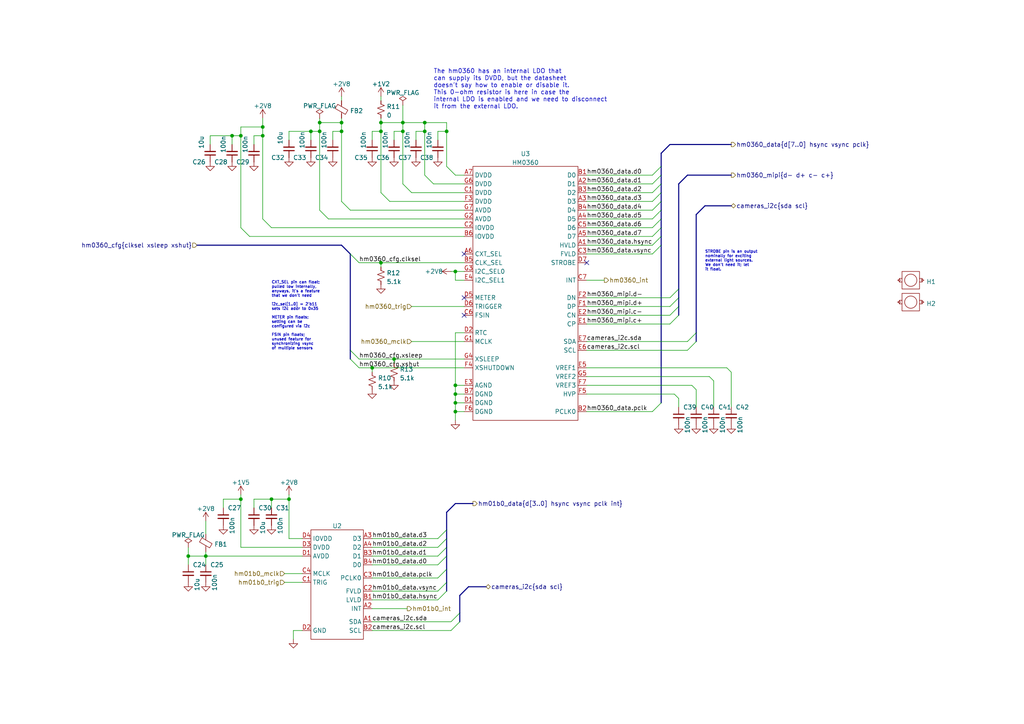
<source format=kicad_sch>
(kicad_sch (version 20211123) (generator eeschema)
  (paper "A4")
  (lib_symbols
    (symbol "Device:C_Small" (pin_numbers hide) (pin_names (offset 0.254) hide)
      (property "Reference" "C" (at 0.254 1.778 0))
      (property "Value" "C_Small" (at 0.254 -2.032 0))
      (symbol "C_Small_0_1"
        (polyline (pts (xy -1.524 -0.508) (xy 1.524 -0.508)) (stroke (width 0.3302)))
        (polyline (pts (xy -1.524 0.508) (xy 1.524 0.508)) (stroke (width 0.3048)))
      )
      (symbol "C_Small_1_1"
        (pin passive line (at 0 2.54 270) (length 2.032) (name "~") (number "1"))
        (pin passive line (at 0 -2.54 90) (length 2.032) (name "~") (number "2"))
      )
    )
    (symbol "Device:FerriteBead_Small" (pin_numbers hide) (pin_names (offset 0))
      (property "Reference" "FB" (at 1.905 1.27 0))
      (property "Value" "FerriteBead_Small" (at 1.905 -1.27 0))
      (symbol "FerriteBead_Small_0_1"
        (polyline (pts (xy 0 -1.27) (xy 0 -0.7874)))
        (polyline (pts (xy 0 0.889) (xy 0 1.2954)))
        (polyline (pts (xy -1.8288 0.2794) (xy -1.1176 1.4986) (xy 1.8288 -0.2032) (xy 1.1176 -1.4224) (xy -1.8288 0.2794)))
      )
      (symbol "FerriteBead_Small_1_1"
        (pin passive line (at 0 2.54 270) (length 1.27) (name "~") (number "1"))
        (pin passive line (at 0 -2.54 90) (length 1.27) (name "~") (number "2"))
      )
    )
    (symbol "Device:R_Small_US" (pin_numbers hide) (pin_names (offset 0.254) hide)
      (property "Reference" "R" (at 0.762 0.508 0))
      (property "Value" "R_Small_US" (at 0.762 -1.016 0))
      (symbol "R_Small_US_1_1"
        (polyline (pts (xy 0 0) (xy 1.016 -0.381) (xy 0 -0.762) (xy -1.016 -1.143) (xy 0 -1.524)))
        (polyline (pts (xy 0 1.524) (xy 1.016 1.143) (xy 0 0.762) (xy -1.016 0.381) (xy 0 0)))
        (pin passive line (at 0 2.54 270) (length 1.016) (name "~") (number "1"))
        (pin passive line (at 0 -2.54 90) (length 1.016) (name "~") (number "2"))
      )
    )
    (symbol "himax:HM0360"
      (property "Reference" "U" (at 1.27 1.27 0))
      (property "Value" "HM0360" (at 26.67 1.27 0))
      (symbol "HM0360_0_1"
        (rectangle (start 0 0) (end 30.48 -73.66) (stroke (width 0.1524)))
      )
      (symbol "HM0360_1_1"
        (pin output line (at 33.02 -22.86 180) (length 2.54) (name "HVLD") (number "A1"))
        (pin output line (at 33.02 -5.08 180) (length 2.54) (name "D1") (number "A2"))
        (pin output line (at 33.02 -10.16 180) (length 2.54) (name "D3") (number "A3"))
        (pin output line (at 33.02 -15.24 180) (length 2.54) (name "D5") (number "A4"))
        (pin output line (at 33.02 -20.32 180) (length 2.54) (name "D7") (number "A5"))
        (pin input line (at -2.54 -25.4 0) (length 2.54) (name "CXT_SEL") (number "A6"))
        (pin power_in line (at -2.54 -2.54 0) (length 2.54) (name "DVDD") (number "A7"))
        (pin output line (at 33.02 -2.54 180) (length 2.54) (name "D0") (number "B1"))
        (pin output line (at 33.02 -71.12 180) (length 2.54) (name "PCLK0") (number "B2"))
        (pin output line (at 33.02 -7.62 180) (length 2.54) (name "D2") (number "B3"))
        (pin output line (at 33.02 -12.7 180) (length 2.54) (name "D4") (number "B4"))
        (pin input line (at -2.54 -27.94 0) (length 2.54) (name "CLK_SEL") (number "B5"))
        (pin power_in line (at -2.54 -20.32 0) (length 2.54) (name "IOVDD") (number "B6"))
        (pin power_in line (at -2.54 -66.04 0) (length 2.54) (name "DGND") (number "B7"))
        (pin power_in line (at -2.54 -7.62 0) (length 2.54) (name "DVDD") (number "C1"))
        (pin power_in line (at -2.54 -17.78 0) (length 2.54) (name "IOVDD") (number "C2"))
        (pin output line (at 33.02 -25.4 180) (length 2.54) (name "FVLD") (number "C3"))
        (pin output line (at 33.02 -17.78 180) (length 2.54) (name "D6") (number "C5"))
        (pin input line (at -2.54 -43.18 0) (length 2.54) (name "FSIN") (number "C6"))
        (pin output line (at 33.02 -33.02 180) (length 2.54) (name "INT") (number "C7"))
        (pin power_in line (at -2.54 -68.58 0) (length 2.54) (name "DGND") (number "D1"))
        (pin input line (at -2.54 -48.26 0) (length 2.54) (name "RTC") (number "D2"))
        (pin input line (at -2.54 -38.1 0) (length 2.54) (name "METER") (number "D5"))
        (pin input line (at -2.54 -40.64 0) (length 2.54) (name "TRIGGER") (number "D6"))
        (pin output line (at 33.02 -27.94 180) (length 2.54) (name "STROBE") (number "D7"))
        (pin output line (at 33.02 -45.72 180) (length 2.54) (name "CP") (number "E1"))
        (pin output line (at 33.02 -43.18 180) (length 2.54) (name "CN") (number "E2"))
        (pin power_in line (at -2.54 -63.5 0) (length 2.54) (name "AGND") (number "E3"))
        (pin input line (at -2.54 -33.02 0) (length 2.54) (name "I2C_SEL1") (number "E4"))
        (pin power_out line (at 33.02 -58.42 180) (length 2.54) (name "VREF1") (number "E5"))
        (pin bidirectional line (at 33.02 -53.34 180) (length 2.54) (name "SCL") (number "E6"))
        (pin bidirectional line (at 33.02 -50.8 180) (length 2.54) (name "SDA") (number "E7"))
        (pin output line (at 33.02 -40.64 180) (length 2.54) (name "DP") (number "F1"))
        (pin output line (at 33.02 -38.1 180) (length 2.54) (name "DN") (number "F2"))
        (pin power_in line (at -2.54 -10.16 0) (length 2.54) (name "DVDD") (number "F3"))
        (pin input line (at -2.54 -58.42 0) (length 2.54) (name "XSHUTDOWN") (number "F4"))
        (pin power_out line (at 33.02 -66.04 180) (length 2.54) (name "HVP") (number "F5"))
        (pin power_in line (at -2.54 -71.12 0) (length 2.54) (name "DGND") (number "F6"))
        (pin power_out line (at 33.02 -63.5 180) (length 2.54) (name "VREF3") (number "F7"))
        (pin input line (at -2.54 -50.8 0) (length 2.54) (name "MCLK") (number "G1"))
        (pin power_in line (at -2.54 -15.24 0) (length 2.54) (name "AVDD") (number "G2"))
        (pin input line (at -2.54 -30.48 0) (length 2.54) (name "I2C_SEL0") (number "G3"))
        (pin input line (at -2.54 -55.88 0) (length 2.54) (name "XSLEEP") (number "G4"))
        (pin power_out line (at 33.02 -60.96 180) (length 2.54) (name "VREF2") (number "G5"))
        (pin power_in line (at -2.54 -5.08 0) (length 2.54) (name "DVDD") (number "G6"))
        (pin power_in line (at -2.54 -12.7 0) (length 2.54) (name "AVDD") (number "G7"))
      )
    )
    (symbol "himax:hm01b0-mwa"
      (property "Reference" "U" (at -1.27 5.08 0))
      (symbol "hm01b0-mwa_0_1"
        (rectangle (start -2.54 3.81) (end 12.7 -27.94) (stroke (width 0.1524)))
      )
      (symbol "hm01b0-mwa_1_1"
        (pin bidirectional line (at 15.24 -22.86 180) (length 2.54) (name "SDA") (number "A1"))
        (pin output line (at 15.24 -19.05 180) (length 2.54) (name "INT") (number "A2"))
        (pin output line (at 15.24 1.27 180) (length 2.54) (name "D3") (number "A3"))
        (pin output line (at 15.24 -1.27 180) (length 2.54) (name "D2") (number "A4"))
        (pin output line (at 15.24 -16.51 180) (length 2.54) (name "LVLD") (number "B1"))
        (pin bidirectional line (at 15.24 -25.4 180) (length 2.54) (name "SCL") (number "B2"))
        (pin output line (at 15.24 -3.81 180) (length 2.54) (name "D1") (number "B3"))
        (pin output line (at 15.24 -6.35 180) (length 2.54) (name "D0") (number "B4"))
        (pin input line (at -5.08 -11.43 0) (length 2.54) (name "TRIG") (number "C1"))
        (pin output line (at 15.24 -13.97 180) (length 2.54) (name "FVLD") (number "C2"))
        (pin output line (at 15.24 -10.16 180) (length 2.54) (name "PCLK0") (number "C3"))
        (pin input line (at -5.08 -8.89 0) (length 2.54) (name "MCLK") (number "C4"))
        (pin power_in line (at -5.08 -3.81 0) (length 2.54) (name "AVDD") (number "D1"))
        (pin power_in line (at -5.08 -25.4 0) (length 2.54) (name "GND") (number "D2"))
        (pin power_in line (at -5.08 -1.27 0) (length 2.54) (name "DVDD") (number "D3"))
        (pin power_in line (at -5.08 1.27 0) (length 2.54) (name "IOVDD") (number "D4"))
      )
    )
    (symbol "himax:m12_lens_mount_mech"
      (property "Reference" "H" (at -2.032 3.556 0))
      (symbol "m12_lens_mount_mech_0_1"
        (arc (start -3.81 0) (mid -2.9428 -0.3592) (end -3.302 0.508) (stroke (width 0.1524)))
        (arc (start -3.302 -0.508) (mid -2.9428 0.3592) (end -3.81 0) (stroke (width 0.1524)))
        (circle (center -3.302 0) (radius 0.254) (stroke (width 0.1524)))
        (polyline (pts (xy -2.54 -0.508) (xy -3.302 -0.508)) (stroke (width 0.1524)))
        (polyline (pts (xy -2.54 0.508) (xy -3.302 0.508)) (stroke (width 0.1524)))
        (polyline (pts (xy 2.54 -0.508) (xy 3.302 -0.508)) (stroke (width 0.1524)))
        (polyline (pts (xy 2.54 0.508) (xy 3.302 0.508)) (stroke (width 0.1524)))
        (polyline (pts (xy -2.54 2.54) (xy 2.54 2.54) (xy 2.54 -2.54) (xy -2.54 -2.54) (xy -2.54 2.54)) (stroke (width 0.1524)))
        (circle (center 0 0) (radius 1.778) (stroke (width 0.1524)))
        (circle (center 3.302 0) (radius 0.254) (stroke (width 0.1524)))
        (arc (start 3.302 0.508) (mid 2.9428 -0.3592) (end 3.81 0) (stroke (width 0.1524)))
        (arc (start 3.81 0) (mid 2.9428 0.3592) (end 3.302 -0.508) (stroke (width 0.1524)))
      )
    )
    (symbol "power:+1V2" (power) (pin_names (offset 0))
      (property "Value" "+1V2" (at 0 3.556 0))
      (symbol "+1V2_0_1"
        (polyline (pts (xy -0.762 1.27) (xy 0 2.54)))
        (polyline (pts (xy 0 0) (xy 0 2.54)))
        (polyline (pts (xy 0 2.54) (xy 0.762 1.27)))
      )
      (symbol "+1V2_1_1"
        (pin power_in line (at 0 0 90) (length 0) hide (name "+1V2") (number "1"))
      )
    )
    (symbol "power:+1V5" (power) (pin_names (offset 0))
      (property "Value" "+1V5" (at 0 3.556 0))
      (symbol "+1V5_0_1"
        (polyline (pts (xy -0.762 1.27) (xy 0 2.54)))
        (polyline (pts (xy 0 0) (xy 0 2.54)))
        (polyline (pts (xy 0 2.54) (xy 0.762 1.27)))
      )
      (symbol "+1V5_1_1"
        (pin power_in line (at 0 0 90) (length 0) hide (name "+1V5") (number "1"))
      )
    )
    (symbol "power:+2V8" (power) (pin_names (offset 0))
      (property "Value" "+2V8" (at 0 3.556 0))
      (symbol "+2V8_0_1"
        (polyline (pts (xy -0.762 1.27) (xy 0 2.54)))
        (polyline (pts (xy 0 0) (xy 0 2.54)))
        (polyline (pts (xy 0 2.54) (xy 0.762 1.27)))
      )
      (symbol "+2V8_1_1"
        (pin power_in line (at 0 0 90) (length 0) hide (name "+2V8") (number "1"))
      )
    )
    (symbol "power:GND" (power) (pin_names (offset 0))
      (property "Value" "GND" (at 0 -3.81 0))
      (symbol "GND_0_1"
        (polyline (pts (xy 0 0) (xy 0 -1.27) (xy 1.27 -1.27) (xy 0 -2.54) (xy -1.27 -1.27) (xy 0 -1.27)))
      )
      (symbol "GND_1_1"
        (pin power_in line (at 0 0 270) (length 0) hide (name "GND") (number "1"))
      )
    )
    (symbol "power:PWR_FLAG" (power) (pin_numbers hide) (pin_names (offset 0) hide)
      (property "Value" "PWR_FLAG" (at 0 3.81 0))
      (symbol "PWR_FLAG_0_0"
        (pin power_out line (at 0 0 90) (length 0) (name "pwr") (number "1"))
      )
      (symbol "PWR_FLAG_0_1"
        (polyline (pts (xy 0 0) (xy 0 1.27) (xy -1.016 1.905) (xy 0 2.54) (xy 1.016 1.905) (xy 0 1.27)))
      )
    )
  )
  (junction (at 110.49 38.1))
  (junction (at 99.06 38.1))
  (junction (at 59.69 161.29))
  (junction (at 132.08 111.76))
  (junction (at 132.08 114.3))
  (junction (at 76.2 36.83))
  (junction (at 78.74 144.78))
  (junction (at 116.84 38.1))
  (junction (at 132.08 119.38))
  (junction (at 114.3 104.14))
  (junction (at 116.84 35.56))
  (junction (at 83.82 144.78))
  (junction (at 110.49 35.56))
  (junction (at 123.19 38.1))
  (junction (at 99.06 35.56))
  (junction (at 92.71 35.56))
  (junction (at 92.71 38.1))
  (junction (at 110.49 76.2))
  (junction (at 132.08 116.84))
  (junction (at 67.31 39.37))
  (junction (at 54.61 161.29))
  (junction (at 123.19 35.56))
  (junction (at 132.08 78.74))
  (junction (at 69.85 39.37))
  (junction (at 69.85 144.78))
  (junction (at 76.2 39.37))
  (junction (at 107.95 106.68))
  (junction (at 129.54 38.1))
  (junction (at 90.17 38.1))
  (no_connect (at 170.18 76.2))
  (no_connect (at 134.62 91.44))
  (no_connect (at 134.62 86.36))
  (no_connect (at 134.62 73.66))
  (bus_entry (at 129.54 156.21) (size -2.54 2.54))
  (bus_entry (at 133.35 177.8) (size -2.54 2.54))
  (bus_entry (at 133.35 180.34) (size -2.54 2.54))
  (bus_entry (at 191.77 55.88) (size -2.54 2.54))
  (bus_entry (at 191.77 50.8) (size -2.54 2.54))
  (bus_entry (at 191.77 53.34) (size -2.54 2.54))
  (bus_entry (at 191.77 63.5) (size -2.54 2.54))
  (bus_entry (at 191.77 68.58) (size -2.54 2.54))
  (bus_entry (at 196.85 88.9) (size -2.54 2.54))
  (bus_entry (at 196.85 86.36) (size -2.54 2.54))
  (bus_entry (at 129.54 165.1) (size -2.54 2.54))
  (bus_entry (at 101.6 104.14) (size 2.54 2.54))
  (bus_entry (at 101.6 101.6) (size 2.54 2.54))
  (bus_entry (at 201.93 99.06) (size -2.54 2.54))
  (bus_entry (at 191.77 60.96) (size -2.54 2.54))
  (bus_entry (at 129.54 168.91) (size -2.54 2.54))
  (bus_entry (at 129.54 153.67) (size -2.54 2.54))
  (bus_entry (at 129.54 161.29) (size -2.54 2.54))
  (bus_entry (at 196.85 91.44) (size -2.54 2.54))
  (bus_entry (at 191.77 48.26) (size -2.54 2.54))
  (bus_entry (at 129.54 171.45) (size -2.54 2.54))
  (bus_entry (at 191.77 66.04) (size -2.54 2.54))
  (bus_entry (at 101.6 73.66) (size 2.54 2.54))
  (bus_entry (at 196.85 83.82) (size -2.54 2.54))
  (bus_entry (at 201.93 96.52) (size -2.54 2.54))
  (bus_entry (at 191.77 116.84) (size -2.54 2.54))
  (bus_entry (at 129.54 158.75) (size -2.54 2.54))
  (bus_entry (at 191.77 58.42) (size -2.54 2.54))
  (bus_entry (at 191.77 71.12) (size -2.54 2.54))
  (wire (pts (xy 170.18 106.68) (xy 210.82 106.68)))
  (wire (pts (xy 73.66 144.78) (xy 73.66 147.32)))
  (wire (pts (xy 132.08 50.8) (xy 134.62 50.8)))
  (bus (pts (xy 204.47 59.69) (xy 212.09 59.69)))
  (wire (pts (xy 116.84 35.56) (xy 123.19 35.56)))
  (wire (pts (xy 189.23 50.8) (xy 170.18 50.8)))
  (wire (pts (xy 59.69 161.29) (xy 87.63 161.29)))
  (wire (pts (xy 110.49 35.56) (xy 110.49 38.1)))
  (wire (pts (xy 90.17 40.64) (xy 90.17 38.1)))
  (wire (pts (xy 199.39 99.06) (xy 170.18 99.06)))
  (wire (pts (xy 127 167.64) (xy 107.95 167.64)))
  (bus (pts (xy 191.77 63.5) (xy 191.77 66.04)))
  (wire (pts (xy 82.55 168.91) (xy 87.63 168.91)))
  (bus (pts (xy 129.54 153.67) (xy 129.54 148.59)))
  (wire (pts (xy 129.54 38.1) (xy 129.54 35.56)))
  (wire (pts (xy 127 156.21) (xy 107.95 156.21)))
  (wire (pts (xy 127 158.75) (xy 107.95 158.75)))
  (wire (pts (xy 132.08 119.38) (xy 132.08 121.92)))
  (wire (pts (xy 119.38 99.06) (xy 134.62 99.06)))
  (bus (pts (xy 191.77 71.12) (xy 191.77 116.84)))
  (bus (pts (xy 129.54 161.29) (xy 129.54 165.1)))
  (wire (pts (xy 189.23 66.04) (xy 170.18 66.04)))
  (wire (pts (xy 170.18 114.3) (xy 195.58 114.3)))
  (wire (pts (xy 194.31 91.44) (xy 170.18 91.44)))
  (wire (pts (xy 83.82 40.64) (xy 83.82 38.1)))
  (wire (pts (xy 78.74 66.04) (xy 134.62 66.04)))
  (wire (pts (xy 127 38.1) (xy 127 40.64)))
  (wire (pts (xy 72.39 68.58) (xy 134.62 68.58)))
  (wire (pts (xy 207.01 110.49) (xy 207.01 118.11)))
  (wire (pts (xy 114.3 105.41) (xy 114.3 104.14)))
  (wire (pts (xy 107.95 106.68) (xy 134.62 106.68)))
  (wire (pts (xy 196.85 115.57) (xy 196.85 118.11)))
  (wire (pts (xy 132.08 96.52) (xy 132.08 111.76)))
  (wire (pts (xy 130.81 180.34) (xy 107.95 180.34)))
  (wire (pts (xy 189.23 68.58) (xy 170.18 68.58)))
  (bus (pts (xy 191.77 66.04) (xy 191.77 68.58)))
  (wire (pts (xy 189.23 73.66) (xy 170.18 73.66)))
  (wire (pts (xy 83.82 156.21) (xy 87.63 156.21)))
  (wire (pts (xy 110.49 76.2) (xy 134.62 76.2)))
  (wire (pts (xy 99.06 27.94) (xy 99.06 29.21)))
  (wire (pts (xy 104.14 104.14) (xy 114.3 104.14)))
  (wire (pts (xy 69.85 158.75) (xy 87.63 158.75)))
  (wire (pts (xy 76.2 36.83) (xy 69.85 36.83)))
  (wire (pts (xy 170.18 111.76) (xy 200.66 111.76)))
  (bus (pts (xy 133.35 172.72) (xy 135.89 170.18)))
  (wire (pts (xy 110.49 35.56) (xy 116.84 35.56)))
  (wire (pts (xy 201.93 113.03) (xy 201.93 118.11)))
  (wire (pts (xy 194.31 86.36) (xy 170.18 86.36)))
  (wire (pts (xy 85.09 185.42) (xy 85.09 182.88)))
  (wire (pts (xy 189.23 60.96) (xy 170.18 60.96)))
  (wire (pts (xy 59.69 160.02) (xy 59.69 161.29)))
  (wire (pts (xy 69.85 143.51) (xy 69.85 144.78)))
  (wire (pts (xy 123.19 50.8) (xy 125.73 53.34)))
  (wire (pts (xy 78.74 144.78) (xy 83.82 144.78)))
  (wire (pts (xy 72.39 68.58) (xy 69.85 66.04)))
  (bus (pts (xy 129.54 156.21) (xy 129.54 158.75)))
  (wire (pts (xy 59.69 161.29) (xy 59.69 163.83)))
  (wire (pts (xy 69.85 144.78) (xy 69.85 158.75)))
  (wire (pts (xy 119.38 88.9) (xy 134.62 88.9)))
  (bus (pts (xy 196.85 86.36) (xy 196.85 88.9)))
  (wire (pts (xy 199.39 101.6) (xy 170.18 101.6)))
  (wire (pts (xy 110.49 38.1) (xy 110.49 55.88)))
  (wire (pts (xy 189.23 71.12) (xy 170.18 71.12)))
  (bus (pts (xy 133.35 177.8) (xy 133.35 180.34)))
  (wire (pts (xy 120.65 40.64) (xy 120.65 38.1)))
  (wire (pts (xy 212.09 107.95) (xy 212.09 118.11)))
  (bus (pts (xy 191.77 55.88) (xy 191.77 58.42)))
  (wire (pts (xy 92.71 35.56) (xy 92.71 38.1)))
  (wire (pts (xy 194.31 88.9) (xy 170.18 88.9)))
  (bus (pts (xy 194.31 41.91) (xy 212.09 41.91)))
  (wire (pts (xy 116.84 30.48) (xy 116.84 35.56)))
  (wire (pts (xy 127 173.99) (xy 107.95 173.99)))
  (wire (pts (xy 130.81 182.88) (xy 107.95 182.88)))
  (wire (pts (xy 170.18 81.28) (xy 175.26 81.28)))
  (bus (pts (xy 101.6 101.6) (xy 101.6 104.14)))
  (bus (pts (xy 99.06 71.12) (xy 101.6 73.66)))
  (wire (pts (xy 129.54 35.56) (xy 123.19 35.56)))
  (wire (pts (xy 76.2 36.83) (xy 76.2 39.37)))
  (wire (pts (xy 107.95 107.95) (xy 107.95 106.68)))
  (wire (pts (xy 73.66 41.91) (xy 73.66 39.37)))
  (wire (pts (xy 104.14 76.2) (xy 110.49 76.2)))
  (wire (pts (xy 132.08 114.3) (xy 132.08 111.76)))
  (wire (pts (xy 110.49 34.29) (xy 110.49 35.56)))
  (wire (pts (xy 125.73 53.34) (xy 134.62 53.34)))
  (wire (pts (xy 132.08 116.84) (xy 132.08 114.3)))
  (wire (pts (xy 96.52 40.64) (xy 96.52 38.1)))
  (bus (pts (xy 196.85 53.34) (xy 196.85 83.82)))
  (wire (pts (xy 101.6 60.96) (xy 99.06 58.42)))
  (wire (pts (xy 54.61 163.83) (xy 54.61 161.29)))
  (wire (pts (xy 107.95 38.1) (xy 110.49 38.1)))
  (wire (pts (xy 64.77 144.78) (xy 64.77 147.32)))
  (wire (pts (xy 92.71 38.1) (xy 90.17 38.1)))
  (wire (pts (xy 134.62 81.28) (xy 132.08 81.28)))
  (wire (pts (xy 123.19 38.1) (xy 123.19 50.8)))
  (wire (pts (xy 134.62 96.52) (xy 132.08 96.52)))
  (wire (pts (xy 189.23 58.42) (xy 170.18 58.42)))
  (wire (pts (xy 69.85 39.37) (xy 67.31 39.37)))
  (wire (pts (xy 189.23 63.5) (xy 170.18 63.5)))
  (wire (pts (xy 132.08 111.76) (xy 134.62 111.76)))
  (wire (pts (xy 127 171.45) (xy 107.95 171.45)))
  (wire (pts (xy 132.08 50.8) (xy 129.54 48.26)))
  (wire (pts (xy 73.66 39.37) (xy 76.2 39.37)))
  (wire (pts (xy 76.2 39.37) (xy 76.2 63.5)))
  (wire (pts (xy 134.62 119.38) (xy 132.08 119.38)))
  (bus (pts (xy 191.77 58.42) (xy 191.77 60.96)))
  (wire (pts (xy 110.49 77.47) (xy 110.49 76.2)))
  (wire (pts (xy 189.23 55.88) (xy 170.18 55.88)))
  (wire (pts (xy 114.3 104.14) (xy 134.62 104.14)))
  (wire (pts (xy 85.09 182.88) (xy 87.63 182.88)))
  (bus (pts (xy 201.93 96.52) (xy 201.93 99.06)))
  (wire (pts (xy 134.62 63.5) (xy 95.25 63.5)))
  (wire (pts (xy 69.85 144.78) (xy 64.77 144.78)))
  (wire (pts (xy 54.61 161.29) (xy 59.69 161.29)))
  (wire (pts (xy 54.61 158.75) (xy 54.61 161.29)))
  (bus (pts (xy 191.77 60.96) (xy 191.77 63.5)))
  (wire (pts (xy 76.2 63.5) (xy 78.74 66.04)))
  (wire (pts (xy 114.3 38.1) (xy 114.3 40.64)))
  (wire (pts (xy 170.18 109.22) (xy 205.74 109.22)))
  (bus (pts (xy 191.77 68.58) (xy 191.77 71.12)))
  (wire (pts (xy 99.06 35.56) (xy 92.71 35.56)))
  (bus (pts (xy 129.54 165.1) (xy 129.54 168.91)))
  (wire (pts (xy 127 163.83) (xy 107.95 163.83)))
  (bus (pts (xy 196.85 83.82) (xy 196.85 86.36)))
  (wire (pts (xy 104.14 106.68) (xy 107.95 106.68)))
  (bus (pts (xy 191.77 44.45) (xy 191.77 48.26)))
  (bus (pts (xy 191.77 53.34) (xy 191.77 55.88)))
  (wire (pts (xy 76.2 36.83) (xy 76.2 34.29)))
  (wire (pts (xy 120.65 38.1) (xy 123.19 38.1)))
  (wire (pts (xy 134.62 60.96) (xy 101.6 60.96)))
  (bus (pts (xy 201.93 62.23) (xy 201.93 96.52)))
  (bus (pts (xy 191.77 48.26) (xy 191.77 50.8)))
  (wire (pts (xy 59.69 151.13) (xy 59.69 154.94)))
  (wire (pts (xy 78.74 144.78) (xy 78.74 147.32)))
  (wire (pts (xy 123.19 35.56) (xy 123.19 38.1)))
  (wire (pts (xy 116.84 35.56) (xy 116.84 38.1)))
  (wire (pts (xy 67.31 41.91) (xy 67.31 39.37)))
  (wire (pts (xy 129.54 48.26) (xy 129.54 38.1)))
  (bus (pts (xy 196.85 53.34) (xy 199.39 50.8)))
  (wire (pts (xy 83.82 144.78) (xy 83.82 156.21)))
  (wire (pts (xy 107.95 40.64) (xy 107.95 38.1)))
  (wire (pts (xy 129.54 38.1) (xy 127 38.1)))
  (wire (pts (xy 69.85 36.83) (xy 69.85 39.37)))
  (wire (pts (xy 95.25 63.5) (xy 92.71 60.96)))
  (bus (pts (xy 191.77 50.8) (xy 191.77 53.34)))
  (bus (pts (xy 57.15 71.12) (xy 99.06 71.12)))
  (wire (pts (xy 195.58 114.3) (xy 196.85 115.57)))
  (bus (pts (xy 196.85 88.9) (xy 196.85 91.44)))
  (wire (pts (xy 83.82 143.51) (xy 83.82 144.78)))
  (bus (pts (xy 201.93 62.23) (xy 204.47 59.69)))
  (bus (pts (xy 129.54 158.75) (xy 129.54 161.29)))
  (wire (pts (xy 132.08 78.74) (xy 134.62 78.74)))
  (wire (pts (xy 194.31 93.98) (xy 170.18 93.98)))
  (bus (pts (xy 129.54 168.91) (xy 129.54 171.45)))
  (bus (pts (xy 129.54 153.67) (xy 129.54 156.21)))
  (wire (pts (xy 113.03 58.42) (xy 134.62 58.42)))
  (wire (pts (xy 99.06 34.29) (xy 99.06 35.56)))
  (bus (pts (xy 101.6 73.66) (xy 101.6 101.6)))
  (bus (pts (xy 133.35 172.72) (xy 133.35 177.8)))
  (wire (pts (xy 134.62 114.3) (xy 132.08 114.3)))
  (bus (pts (xy 199.39 50.8) (xy 212.09 50.8)))
  (wire (pts (xy 92.71 35.56) (xy 92.71 34.29)))
  (wire (pts (xy 69.85 39.37) (xy 69.85 66.04)))
  (wire (pts (xy 116.84 38.1) (xy 114.3 38.1)))
  (wire (pts (xy 189.23 53.34) (xy 170.18 53.34)))
  (wire (pts (xy 99.06 58.42) (xy 99.06 38.1)))
  (wire (pts (xy 92.71 60.96) (xy 92.71 38.1)))
  (wire (pts (xy 132.08 119.38) (xy 132.08 116.84)))
  (wire (pts (xy 82.55 166.37) (xy 87.63 166.37)))
  (wire (pts (xy 118.11 176.53) (xy 107.95 176.53)))
  (bus (pts (xy 191.77 44.45) (xy 194.31 41.91)))
  (bus (pts (xy 132.08 146.05) (xy 137.16 146.05)))
  (wire (pts (xy 200.66 111.76) (xy 201.93 113.03)))
  (wire (pts (xy 110.49 27.94) (xy 110.49 29.21)))
  (wire (pts (xy 205.74 109.22) (xy 207.01 110.49)))
  (wire (pts (xy 83.82 38.1) (xy 90.17 38.1)))
  (wire (pts (xy 127 161.29) (xy 107.95 161.29)))
  (wire (pts (xy 116.84 53.34) (xy 116.84 38.1)))
  (wire (pts (xy 189.23 119.38) (xy 170.18 119.38)))
  (wire (pts (xy 119.38 55.88) (xy 116.84 53.34)))
  (wire (pts (xy 60.96 39.37) (xy 67.31 39.37)))
  (wire (pts (xy 130.81 78.74) (xy 132.08 78.74)))
  (wire (pts (xy 110.49 55.88) (xy 113.03 58.42)))
  (wire (pts (xy 132.08 81.28) (xy 132.08 78.74)))
  (wire (pts (xy 96.52 38.1) (xy 99.06 38.1)))
  (wire (pts (xy 73.66 144.78) (xy 78.74 144.78)))
  (wire (pts (xy 99.06 35.56) (xy 99.06 38.1)))
  (bus (pts (xy 129.54 148.59) (xy 132.08 146.05)))
  (wire (pts (xy 210.82 106.68) (xy 212.09 107.95)))
  (wire (pts (xy 60.96 41.91) (xy 60.96 39.37)))
  (bus (pts (xy 135.89 170.18) (xy 140.97 170.18)))
  (wire (pts (xy 134.62 55.88) (xy 119.38 55.88)))
  (wire (pts (xy 132.08 116.84) (xy 134.62 116.84)))
  (text "CXT_SEL pin can float;\npulled low internally, \nanyways, it's a feature \nthat we don't need" (at 78.74 86.36 0) (effects (font (size 0.8 0.8)) (justify left bottom)))
  (text "STROBE pin is an output\nnominally for exciting \nexternal light sources.\nWe don't need it; let \nit float." (at 204.47 78.74 0) (effects (font (size 0.8 0.8)) (justify left bottom)))
  (text "METER pin floats; \nsetting can be \nconfigured via i2c" (at 78.74 95.25 0) (effects (font (size 0.8 0.8)) (justify left bottom)))
  (text "The hm0360 has an internal LDO that \ncan supply its DVDD, but the datasheet\ndoesn't say how to enable or disable it.\nThis 0-ohm resistor is here in case the\ninternal LDO is enabled and we need to disconnect\nit from the external LDO." (at 125.73 31.75 0) (effects (font (size 1.27 1.27)) (justify left bottom)))
  (text "FSIN pin floats; \nunused feature for \nsynchronizing vsync\nof multiple sensors" (at 78.74 101.6 0) (effects (font (size 0.8 0.8)) (justify left bottom)))
  (text "i2c_sel[1..0] = 2'b11\nsets i2c addr to 0x35" (at 78.74 90.17 0) (effects (font (size 0.8 0.8)) (justify left bottom)))
  (label "hm0360_cfg.xshut" (at 104.14 106.68 0))
  (label "cameras_i2c.scl" (at 170.18 101.6 0))
  (label "hm0360_data.vsync" (at 170.18 73.66 0))
  (label "hm01b0_data.d0" (at 107.95 163.83 0))
  (label "hm01b0_data.pclk" (at 107.95 167.64 0))
  (label "hm0360_cfg.clksel" (at 104.14 76.2 0))
  (label "hm0360_data.d7" (at 170.18 68.58 0))
  (label "hm0360_data.d0" (at 170.18 50.8 0))
  (label "hm0360_data.d3" (at 170.18 58.42 0))
  (label "hm0360_data.d1" (at 170.18 53.34 0))
  (label "hm01b0_data.vsync" (at 107.95 171.45 0))
  (label "cameras_i2c.scl" (at 107.95 182.88 0))
  (label "cameras_i2c.sda" (at 170.18 99.06 0))
  (label "hm01b0_data.d3" (at 107.95 156.21 0))
  (label "hm0360_data.d6" (at 170.18 66.04 0))
  (label "hm0360_mipi.c-" (at 170.18 91.44 0))
  (label "hm0360_mipi.c+" (at 170.18 93.98 0))
  (label "hm01b0_data.d1" (at 107.95 161.29 0))
  (label "hm0360_mipi.d-" (at 170.18 86.36 0))
  (label "hm0360_data.pclk" (at 170.18 119.38 0))
  (label "hm0360_data.d4" (at 170.18 60.96 0))
  (label "hm0360_mipi.d+" (at 170.18 88.9 0))
  (label "hm0360_cfg.xsleep" (at 104.14 104.14 0))
  (label "hm0360_data.hsync" (at 170.18 71.12 0))
  (label "hm01b0_data.hsync" (at 107.95 173.99 0))
  (label "cameras_i2c.sda" (at 107.95 180.34 0))
  (label "hm0360_data.d2" (at 170.18 55.88 0))
  (label "hm01b0_data.d2" (at 107.95 158.75 0))
  (label "hm0360_data.d5" (at 170.18 63.5 0))
  (hierarchical_label "hm0360_data{d[7..0] hsync vsync pclk}" (shape output) (at 212.09 41.91 0))
  (hierarchical_label "hm0360_int" (shape output) (at 175.26 81.28 0))
  (hierarchical_label "hm0360_trig" (shape input) (at 119.38 88.9 180))
  (hierarchical_label "hm0360_mclk" (shape input) (at 119.38 99.06 180))
  (hierarchical_label "hm01b0_data{d[3..0] hsync vsync pclk int}" (shape output) (at 137.16 146.05 0))
  (hierarchical_label "cameras_i2c{sda scl}" (shape bidirectional) (at 212.09 59.69 0))
  (hierarchical_label "cameras_i2c{sda scl}" (shape bidirectional) (at 140.97 170.18 0))
  (hierarchical_label "hm01b0_int" (shape output) (at 118.11 176.53 0))
  (hierarchical_label "hm01b0_trig" (shape input) (at 82.55 168.91 180))
  (hierarchical_label "hm0360_cfg{clksel xsleep xshut}" (shape input) (at 57.15 71.12 180))
  (hierarchical_label "hm01b0_mclk" (shape input) (at 82.55 166.37 180))
  (hierarchical_label "hm0360_mipi{d- d+ c- c+}" (shape output) (at 212.09 50.8 0))
  (symbol (lib_id "power:GND") (at 64.77 152.4 0) (unit 1)
    (property "Reference" "#PWR060" (effects hide))
    (property "Value" "GND" (effects hide))
  )
  (symbol (lib_id "power:GND") (at 60.96 46.99 0) (unit 1)
    (property "Reference" "#PWR059" (effects hide))
    (property "Value" "GND" (effects hide))
  )
  (symbol (lib_id "Device:C_Small") (at 54.61 166.37 0) (unit 1)
    (property "Reference" "C24" (at 55.88 163.83 0) (effects (justify left)))
    (property "Value" "10u" (at 57.15 171.45 90) (effects (justify left)))
    (property "Footprint" "Capacitor_SMD:C_0805_2012Metric" (effects hide))
    (property "MFR" "Samsung" (effects hide))
    (property "MFR_PN" "CL21A106KOQNNNE" (effects hide))
  )
  (symbol (lib_id "Device:R_Small_US") (at 114.3 107.95 0) (unit 1)
    (property "Reference" "R13" (at 115.951 107.1153 0) (effects (justify left)))
    (property "Value" "5.1k" (at 115.951 109.6522 0) (effects (justify left)))
    (property "Footprint" "Resistor_SMD:R_0402_1005Metric" (effects hide))
    (property "MFR" "Panasonic" (effects hide))
    (property "MFR_PN" "ERJ-2RKF5101X" (effects hide))
  )
  (symbol (lib_id "Device:FerriteBead_Small") (at 59.69 157.48 0) (unit 1)
    (property "Reference" "FB1" (at 62.1538 157.8757 0) (effects (justify left)))
    (property "Value" "FerriteBead_Small" (effects hide))
    (property "Footprint" "Capacitor_SMD:C_0603_1608Metric" (effects hide))
    (property "MFR" "TDK Corporation" (effects hide))
    (property "MFR_PN" "MPZ1608B471ATA00" (effects hide))
  )
  (symbol (lib_id "power:GND") (at 73.66 152.4 0) (unit 1)
    (property "Reference" "#PWR064" (effects hide))
    (property "Value" "GND" (effects hide))
  )
  (symbol (lib_id "power:+2V8") (at 59.69 151.13 0) (unit 1)
    (property "Reference" "#PWR057" (effects hide))
    (property "Value" "+2V8" (at 59.69 147.5542 0))
  )
  (symbol (lib_id "power:GND") (at 90.17 45.72 0) (unit 1)
    (property "Reference" "#PWR070" (effects hide))
    (property "Value" "GND" (effects hide))
  )
  (symbol (lib_id "Device:C_Small") (at 90.17 43.18 180) (unit 1)
    (property "Reference" "C33" (at 88.9 45.72 0) (effects (justify left)))
    (property "Value" "100n" (at 87.63 38.1 90) (effects (justify left)))
    (property "Footprint" "Capacitor_SMD:C_0402_1005Metric" (effects hide))
    (property "MFR" "Samsung" (effects hide))
    (property "MFR_PN" "CL05B104KP5NNNC" (effects hide))
  )
  (symbol (lib_id "power:GND") (at 201.93 123.19 0) (unit 1)
    (property "Reference" "#PWR084" (effects hide))
    (property "Value" "GND" (effects hide))
  )
  (symbol (lib_id "power:GND") (at 132.08 121.92 0) (unit 1)
    (property "Reference" "#PWR082" (effects hide))
    (property "Value" "GND" (effects hide))
  )
  (symbol (lib_id "Device:C_Small") (at 127 43.18 180) (unit 1)
    (property "Reference" "C38" (at 125.73 45.72 0) (effects (justify left)))
    (property "Value" "100n" (at 124.46 38.1 90) (effects (justify left)))
    (property "Footprint" "Capacitor_SMD:C_0402_1005Metric" (effects hide))
    (property "MFR" "Samsung" (effects hide))
    (property "MFR_PN" "CL05B104KP5NNNC" (effects hide))
  )
  (symbol (lib_id "power:PWR_FLAG") (at 54.61 158.75 0) (unit 1)
    (property "Reference" "#FLG03" (effects hide))
    (property "Value" "PWR_FLAG" (at 54.61 155.1742 0))
  )
  (symbol (lib_id "Device:C_Small") (at 207.01 120.65 0) (unit 1)
    (property "Reference" "C41" (at 208.28 118.11 0) (effects (justify left)))
    (property "Value" "100n" (at 209.55 125.73 90) (effects (justify left)))
    (property "Footprint" "Capacitor_SMD:C_0402_1005Metric" (effects hide))
    (property "MFR" "Samsung" (effects hide))
    (property "MFR_PN" "CL05B104KP5NNNC" (effects hide))
  )
  (symbol (lib_id "power:+2V8") (at 130.81 78.74 90) (unit 1)
    (property "Reference" "#PWR081" (effects hide))
    (property "Value" "+2V8" (at 123.19 78.74 90) (effects (justify right)))
  )
  (symbol (lib_id "Device:C_Small") (at 60.96 44.45 180) (unit 1)
    (property "Reference" "C26" (at 59.69 46.99 0) (effects (justify left)))
    (property "Value" "10u" (at 58.42 39.37 90) (effects (justify left)))
    (property "Footprint" "Capacitor_SMD:C_0805_2012Metric" (effects hide))
    (property "MFR" "Samsung" (effects hide))
    (property "MFR_PN" "CL21A106KOQNNNE" (effects hide))
  )
  (symbol (lib_id "power:GND") (at 207.01 123.19 0) (unit 1)
    (property "Reference" "#PWR085" (effects hide))
    (property "Value" "GND" (effects hide))
  )
  (symbol (lib_id "power:PWR_FLAG") (at 92.71 34.29 0) (unit 1)
    (property "Reference" "#FLG04" (effects hide))
    (property "Value" "PWR_FLAG" (at 92.71 30.7142 0))
  )
  (symbol (lib_id "power:GND") (at 54.61 168.91 0) (unit 1)
    (property "Reference" "#PWR056" (effects hide))
    (property "Value" "GND" (effects hide))
  )
  (symbol (lib_id "Device:C_Small") (at 196.85 120.65 0) (unit 1)
    (property "Reference" "C39" (at 198.12 118.11 0) (effects (justify left)))
    (property "Value" "100n" (at 199.39 125.73 90) (effects (justify left)))
    (property "Footprint" "Capacitor_SMD:C_0402_1005Metric" (effects hide))
    (property "MFR" "Samsung" (effects hide))
    (property "MFR_PN" "CL05B104KP5NNNC" (effects hide))
  )
  (symbol (lib_id "Device:C_Small") (at 73.66 149.86 0) (unit 1)
    (property "Reference" "C30" (at 74.93 147.32 0) (effects (justify left)))
    (property "Value" "10u" (at 76.2 154.94 90) (effects (justify left)))
    (property "Footprint" "Capacitor_SMD:C_0805_2012Metric" (effects hide))
    (property "MFR" "Samsung" (effects hide))
    (property "MFR_PN" "CL21A106KOQNNNE" (effects hide))
  )
  (symbol (lib_id "power:GND") (at 196.85 123.19 0) (unit 1)
    (property "Reference" "#PWR083" (effects hide))
    (property "Value" "GND" (effects hide))
  )
  (symbol (lib_id "power:GND") (at 83.82 45.72 0) (unit 1)
    (property "Reference" "#PWR067" (effects hide))
    (property "Value" "GND" (effects hide))
  )
  (symbol (lib_id "power:GND") (at 120.65 45.72 0) (unit 1)
    (property "Reference" "#PWR079" (effects hide))
    (property "Value" "GND" (effects hide))
  )
  (symbol (lib_id "himax:m12_lens_mount_mech") (at 264.16 81.28 0) (unit 1)
    (property "Reference" "H1" (at 268.6812 81.7138 0) (effects (justify left)))
    (property "Value" "m12_lens_mount_mech" (effects hide))
    (property "Footprint" "himax:m12_lens_mount_mech" (effects hide))
    (property "DNP" "DNP" (effects hide))
    (property "MFR" "N/A" (effects hide))
    (property "MFR_PN" "N/A" (effects hide))
  )
  (symbol (lib_id "power:+1V2") (at 110.49 27.94 0) (unit 1)
    (property "Reference" "#PWR075" (effects hide))
    (property "Value" "+1V2" (at 110.49 24.3642 0))
  )
  (symbol (lib_id "power:GND") (at 67.31 46.99 0) (unit 1)
    (property "Reference" "#PWR061" (effects hide))
    (property "Value" "GND" (effects hide))
  )
  (symbol (lib_id "Device:C_Small") (at 201.93 120.65 0) (unit 1)
    (property "Reference" "C40" (at 203.2 118.11 0) (effects (justify left)))
    (property "Value" "100n" (at 204.47 125.73 90) (effects (justify left)))
    (property "Footprint" "Capacitor_SMD:C_0402_1005Metric" (effects hide))
    (property "MFR" "Samsung" (effects hide))
    (property "MFR_PN" "CL05B104KP5NNNC" (effects hide))
  )
  (symbol (lib_id "Device:C_Small") (at 67.31 44.45 180) (unit 1)
    (property "Reference" "C28" (at 66.04 46.99 0) (effects (justify left)))
    (property "Value" "100n" (at 64.77 39.37 90) (effects (justify left)))
    (property "Footprint" "Capacitor_SMD:C_0402_1005Metric" (effects hide))
    (property "MFR" "Samsung" (effects hide))
    (property "MFR_PN" "CL05B104KP5NNNC" (effects hide))
  )
  (symbol (lib_id "power:GND") (at 78.74 152.4 0) (unit 1)
    (property "Reference" "#PWR066" (effects hide))
    (property "Value" "GND" (effects hide))
  )
  (symbol (lib_id "himax:HM0360") (at 137.16 48.26 0) (unit 1)
    (property "Reference" "U3" (at 152.4 44.611 0))
    (property "Value" "HM0360" (at 152.4 47.1479 0))
    (property "Footprint" "himax:hm0360" (effects hide))
    (property "MFR" "Himax" (effects hide))
    (property "MFR_PN" "HM0360-MWA" (effects hide))
  )
  (symbol (lib_id "power:+2V8") (at 76.2 34.29 0) (unit 1)
    (property "Reference" "#PWR065" (effects hide))
    (property "Value" "+2V8" (at 76.2 30.7142 0))
  )
  (symbol (lib_id "power:+1V5") (at 69.85 143.51 0) (unit 1)
    (property "Reference" "#PWR062" (effects hide))
    (property "Value" "+1V5" (at 69.85 139.9342 0))
  )
  (symbol (lib_id "power:+2V8") (at 83.82 143.51 0) (unit 1)
    (property "Reference" "#PWR068" (effects hide))
    (property "Value" "+2V8" (at 83.82 139.9342 0))
  )
  (symbol (lib_id "power:GND") (at 107.95 113.03 0) (unit 1)
    (property "Reference" "#PWR074" (effects hide))
    (property "Value" "GND" (effects hide))
  )
  (symbol (lib_id "power:GND") (at 96.52 45.72 0) (unit 1)
    (property "Reference" "#PWR071" (effects hide))
    (property "Value" "GND" (effects hide))
  )
  (symbol (lib_id "Device:FerriteBead_Small") (at 99.06 31.75 0) (unit 1)
    (property "Reference" "FB2" (at 101.5238 32.1457 0) (effects (justify left)))
    (property "Value" "FerriteBead_Small" (effects hide))
    (property "Footprint" "Capacitor_SMD:C_0603_1608Metric" (effects hide))
    (property "MFR" "TDK Corporation" (effects hide))
    (property "MFR_PN" "MPZ1608B471ATA00" (effects hide))
  )
  (symbol (lib_id "Device:C_Small") (at 212.09 120.65 0) (unit 1)
    (property "Reference" "C42" (at 213.36 118.11 0) (effects (justify left)))
    (property "Value" "100n" (at 214.63 125.73 90) (effects (justify left)))
    (property "Footprint" "Capacitor_SMD:C_0402_1005Metric" (effects hide))
    (property "MFR" "Samsung" (effects hide))
    (property "MFR_PN" "CL05B104KP5NNNC" (effects hide))
  )
  (symbol (lib_id "Device:C_Small") (at 96.52 43.18 180) (unit 1)
    (property "Reference" "C34" (at 95.25 45.72 0) (effects (justify left)))
    (property "Value" "100n" (at 93.98 38.1 90) (effects (justify left)))
    (property "Footprint" "Capacitor_SMD:C_0402_1005Metric" (effects hide))
    (property "MFR" "Samsung" (effects hide))
    (property "MFR_PN" "CL05B104KP5NNNC" (effects hide))
  )
  (symbol (lib_id "Device:R_Small_US") (at 110.49 80.01 0) (unit 1)
    (property "Reference" "R12" (at 112.141 79.1753 0) (effects (justify left)))
    (property "Value" "5.1k" (at 112.141 81.7122 0) (effects (justify left)))
    (property "Footprint" "Resistor_SMD:R_0402_1005Metric" (effects hide))
    (property "MFR" "Panasonic" (effects hide))
    (property "MFR_PN" "ERJ-2RKF5101X" (effects hide))
  )
  (symbol (lib_id "himax:m12_lens_mount_mech") (at 264.16 87.63 0) (unit 1)
    (property "Reference" "H2" (at 268.6812 88.0638 0) (effects (justify left)))
    (property "Value" "m12_lens_mount_mech" (effects hide))
    (property "Footprint" "himax:m12_lens_mount_mech" (effects hide))
    (property "DNP" "DNP" (effects hide))
    (property "MFR" "N/A" (effects hide))
    (property "MFR_PN" "N/A" (effects hide))
  )
  (symbol (lib_id "power:GND") (at 85.09 185.42 0) (unit 1)
    (property "Reference" "#PWR069" (effects hide))
    (property "Value" "GND" (effects hide))
  )
  (symbol (lib_id "Device:C_Small") (at 83.82 43.18 180) (unit 1)
    (property "Reference" "C32" (at 82.55 45.72 0) (effects (justify left)))
    (property "Value" "10u" (at 81.28 38.1 90) (effects (justify left)))
    (property "Footprint" "Capacitor_SMD:C_0805_2012Metric" (effects hide))
    (property "MFR" "Samsung" (effects hide))
    (property "MFR_PN" "CL21A106KOQNNNE" (effects hide))
  )
  (symbol (lib_id "Device:C_Small") (at 64.77 149.86 0) (unit 1)
    (property "Reference" "C27" (at 66.04 147.32 0) (effects (justify left)))
    (property "Value" "100n" (at 67.31 154.94 90) (effects (justify left)))
    (property "Footprint" "Capacitor_SMD:C_0402_1005Metric" (effects hide))
    (property "MFR" "Samsung" (effects hide))
    (property "MFR_PN" "CL05B104KP5NNNC" (effects hide))
  )
  (symbol (lib_id "Device:C_Small") (at 107.95 43.18 180) (unit 1)
    (property "Reference" "C35" (at 106.68 45.72 0) (effects (justify left)))
    (property "Value" "100n" (at 105.41 38.1 90) (effects (justify left)))
    (property "Footprint" "Capacitor_SMD:C_0402_1005Metric" (effects hide))
    (property "MFR" "Samsung" (effects hide))
    (property "MFR_PN" "CL05B104KP5NNNC" (effects hide))
  )
  (symbol (lib_id "Device:C_Small") (at 73.66 44.45 180) (unit 1)
    (property "Reference" "C29" (at 72.39 46.99 0) (effects (justify left)))
    (property "Value" "100n" (at 71.12 39.37 90) (effects (justify left)))
    (property "Footprint" "Capacitor_SMD:C_0402_1005Metric" (effects hide))
    (property "MFR" "Samsung" (effects hide))
    (property "MFR_PN" "CL05B104KP5NNNC" (effects hide))
  )
  (symbol (lib_id "power:GND") (at 127 45.72 0) (unit 1)
    (property "Reference" "#PWR080" (effects hide))
    (property "Value" "GND" (effects hide))
  )
  (symbol (lib_id "Device:R_Small_US") (at 110.49 31.75 0) (unit 1)
    (property "Reference" "R11" (at 112.141 30.9153 0) (effects (justify left)))
    (property "Value" "0" (at 112.141 33.4522 0) (effects (justify left)))
    (property "Footprint" "Resistor_SMD:R_0402_1005Metric" (effects hide))
    (property "MFR" "Panasonic" (effects hide))
    (property "MFR_PN" "ERJ-2GE0R00X" (effects hide))
  )
  (symbol (lib_id "power:GND") (at 114.3 110.49 0) (unit 1)
    (property "Reference" "#PWR078" (effects hide))
    (property "Value" "GND" (effects hide))
  )
  (symbol (lib_id "Device:C_Small") (at 78.74 149.86 0) (unit 1)
    (property "Reference" "C31" (at 80.01 147.32 0) (effects (justify left)))
    (property "Value" "100n" (at 81.28 154.94 90) (effects (justify left)))
    (property "Footprint" "Capacitor_SMD:C_0402_1005Metric" (effects hide))
    (property "MFR" "Samsung" (effects hide))
    (property "MFR_PN" "CL05B104KP5NNNC" (effects hide))
  )
  (symbol (lib_id "power:GND") (at 73.66 46.99 0) (unit 1)
    (property "Reference" "#PWR063" (effects hide))
    (property "Value" "GND" (effects hide))
  )
  (symbol (lib_id "Device:C_Small") (at 114.3 43.18 180) (unit 1)
    (property "Reference" "C36" (at 113.03 45.72 0) (effects (justify left)))
    (property "Value" "100n" (at 111.76 38.1 90) (effects (justify left)))
    (property "Footprint" "Capacitor_SMD:C_0402_1005Metric" (effects hide))
    (property "MFR" "Samsung" (effects hide))
    (property "MFR_PN" "CL05B104KP5NNNC" (effects hide))
  )
  (symbol (lib_id "Device:R_Small_US") (at 107.95 110.49 0) (unit 1)
    (property "Reference" "R10" (at 109.601 109.6553 0) (effects (justify left)))
    (property "Value" "5.1k" (at 109.601 112.1922 0) (effects (justify left)))
    (property "Footprint" "Resistor_SMD:R_0402_1005Metric" (effects hide))
    (property "MFR" "Panasonic" (effects hide))
    (property "MFR_PN" "ERJ-2RKF5101X" (effects hide))
  )
  (symbol (lib_id "power:GND") (at 59.69 168.91 0) (unit 1)
    (property "Reference" "#PWR058" (effects hide))
    (property "Value" "GND" (effects hide))
  )
  (symbol (lib_id "power:GND") (at 107.95 45.72 0) (unit 1)
    (property "Reference" "#PWR073" (effects hide))
    (property "Value" "GND" (effects hide))
  )
  (symbol (lib_id "Device:C_Small") (at 59.69 166.37 0) (unit 1)
    (property "Reference" "C25" (at 60.96 163.83 0) (effects (justify left)))
    (property "Value" "100n" (at 62.23 171.45 90) (effects (justify left)))
    (property "Footprint" "Capacitor_SMD:C_0402_1005Metric" (effects hide))
    (property "MFR" "Samsung" (effects hide))
    (property "MFR_PN" "CL05B104KP5NNNC" (effects hide))
  )
  (symbol (lib_id "power:GND") (at 110.49 82.55 0) (unit 1)
    (property "Reference" "#PWR076" (effects hide))
    (property "Value" "GND" (effects hide))
  )
  (symbol (lib_id "power:+2V8") (at 99.06 27.94 0) (unit 1)
    (property "Reference" "#PWR072" (effects hide))
    (property "Value" "+2V8" (at 99.06 24.3642 0))
  )
  (symbol (lib_id "power:GND") (at 114.3 45.72 0) (unit 1)
    (property "Reference" "#PWR077" (effects hide))
    (property "Value" "GND" (effects hide))
  )
  (symbol (lib_id "Device:C_Small") (at 120.65 43.18 180) (unit 1)
    (property "Reference" "C37" (at 119.38 45.72 0) (effects (justify left)))
    (property "Value" "100n" (at 118.11 38.1 90) (effects (justify left)))
    (property "Footprint" "Capacitor_SMD:C_0402_1005Metric" (effects hide))
    (property "MFR" "Samsung" (effects hide))
    (property "MFR_PN" "CL05B104KP5NNNC" (effects hide))
  )
  (symbol (lib_id "power:PWR_FLAG") (at 116.84 30.48 0) (unit 1)
    (property "Reference" "#FLG05" (effects hide))
    (property "Value" "PWR_FLAG" (at 116.84 26.9042 0))
  )
  (symbol (lib_id "himax:hm01b0-mwa") (at 92.71 157.48 0) (unit 1)
    (property "Reference" "U2" (at 97.79 152.558 0))
    (property "Value" "hm01b0-mwa" (effects hide))
    (property "Footprint" "himax:hm01b0-xWA" (effects hide))
    (property "MFR" "Himax" (effects hide))
    (property "MFR_PN" "hm01b0-mwa" (effects hide))
  )
  (symbol (lib_id "power:GND") (at 212.09 123.19 0) (unit 1)
    (property "Reference" "#PWR086" (effects hide))
    (property "Value" "GND" (effects hide))
  )
)
</source>
